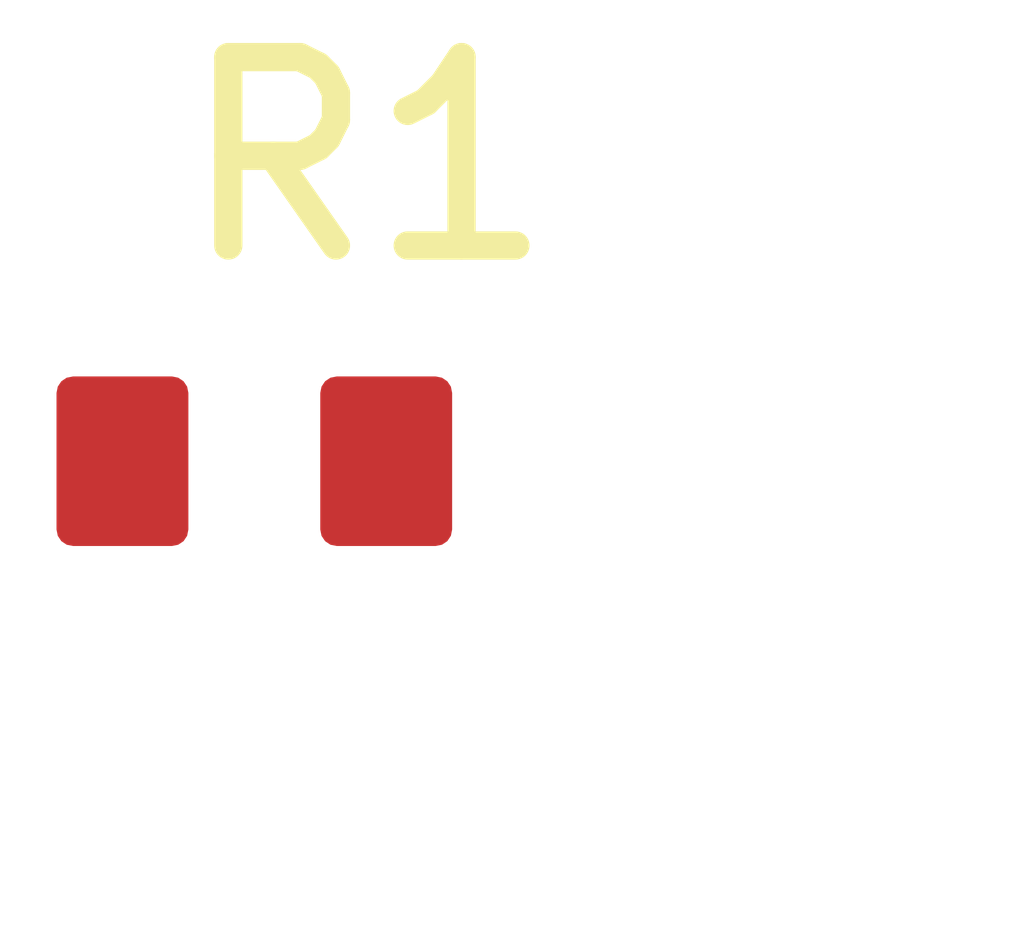
<source format=kicad_pcb>
(kicad_pcb (version 20221018) (generator pcbnew)
  (layers (0 "F.Cu" signal) (31 "B.Cu" signal) (34 "B.Paste" user) (35 "F.Paste" user) (36 "B.SilkS" user "B.Silkscreen") (37 "F.SilkS" user "F.Silkscreen") (38 "B.Mask" user) (39 "F.Mask" user) (44 "Edge.Cuts" user))
  (net 0 "")
  (footprint "Res:RES_0603_B" (layer "F.Cu") (at 126.3 63.5)
    (fp_text reference "R1" (at 0.6 -1.6 unlocked) (layer "F.SilkS"))
    (fp_text value "1R")
    (pad "1" smd roundrect (at -0.7 0) (size 0.7 0.9) (layers "F.Cu" "F.Paste" "F.Mask") (roundrect_rratio 0.125))
    (pad "2" smd roundrect (at 0.7 0) (size 0.7 0.9) (layers "F.Cu" "F.Paste" "F.Mask") (roundrect_rratio 0.125))
  )
)
</source>
